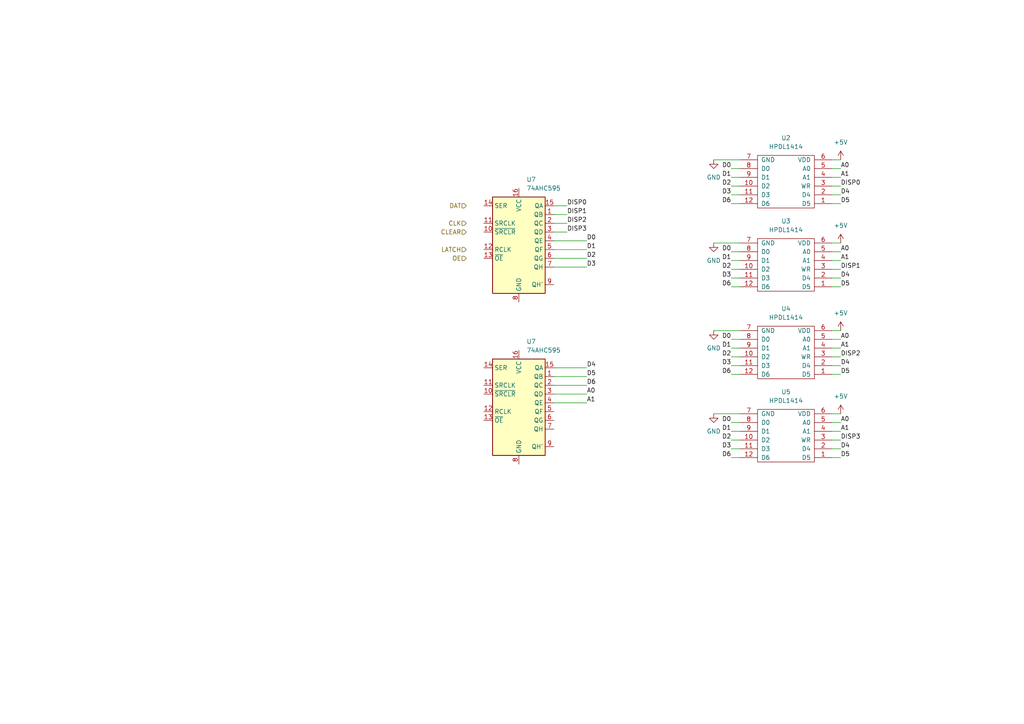
<source format=kicad_sch>
(kicad_sch (version 20230121) (generator eeschema)
  (paper "A4")
  (lib_symbols
    (symbol "74xx:74AHC595"
      (property "Reference" "U" (at -7.62 13.97 0))
      (property "Value" "74AHC595" (at -7.62 -16.51 0))
      (symbol "74AHC595_1_0"
        (pin tri_state line (at 10.16 7.62 180) (length 2.54) (name "QB") (number "1"))
        (pin input line (at -10.16 2.54 0) (length 2.54) (name "~{SRCLR}") (number "10"))
        (pin input line (at -10.16 5.08 0) (length 2.54) (name "SRCLK") (number "11"))
        (pin input line (at -10.16 -2.54 0) (length 2.54) (name "RCLK") (number "12"))
        (pin input line (at -10.16 -5.08 0) (length 2.54) (name "~{OE}") (number "13"))
        (pin input line (at -10.16 10.16 0) (length 2.54) (name "SER") (number "14"))
        (pin tri_state line (at 10.16 10.16 180) (length 2.54) (name "QA") (number "15"))
        (pin power_in line (at 0 15.24 270) (length 2.54) (name "VCC") (number "16"))
        (pin tri_state line (at 10.16 5.08 180) (length 2.54) (name "QC") (number "2"))
        (pin tri_state line (at 10.16 2.54 180) (length 2.54) (name "QD") (number "3"))
        (pin tri_state line (at 10.16 0 180) (length 2.54) (name "QE") (number "4"))
        (pin tri_state line (at 10.16 -2.54 180) (length 2.54) (name "QF") (number "5"))
        (pin tri_state line (at 10.16 -5.08 180) (length 2.54) (name "QG") (number "6"))
        (pin tri_state line (at 10.16 -7.62 180) (length 2.54) (name "QH") (number "7"))
        (pin power_in line (at 0 -17.78 90) (length 2.54) (name "GND") (number "8"))
        (pin output line (at 10.16 -12.7 180) (length 2.54) (name "QH'") (number "9"))
      )
      (symbol "74AHC595_1_1"
        (rectangle (start -7.62 12.7) (end 7.62 -15.24) (stroke (width 0.254)) (fill (type background)))
      )
    )
    (symbol "DL1414:HPDL1414" (pin_names (offset 1.016))
      (property "Reference" "U" (at 1.27 2.54 0))
      (property "Value" "HPDL1414" (at 5.08 -16.51 0))
      (symbol "HPDL1414_0_1"
        (rectangle (start 0 0) (end 16.51 -15.24))
      )
      (symbol "HPDL1414_1_1"
        (pin input line (at -5.08 -1.27 0) (length 5.08) (name "D5") (number "1"))
        (pin input line (at 21.59 -6.35 180) (length 5.08) (name "D2") (number "10"))
        (pin input line (at 21.59 -3.81 180) (length 5.08) (name "D3") (number "11"))
        (pin input line (at 21.59 -1.27 180) (length 5.08) (name "D6") (number "12"))
        (pin input line (at -5.08 -3.81 0) (length 5.08) (name "D4") (number "2"))
        (pin input line (at -5.08 -6.35 0) (length 5.08) (name "WR") (number "3"))
        (pin input line (at -5.08 -8.89 0) (length 5.08) (name "A1") (number "4"))
        (pin input line (at -5.08 -11.43 0) (length 5.08) (name "A0") (number "5"))
        (pin input line (at -5.08 -13.97 0) (length 5.08) (name "VDD") (number "6"))
        (pin input line (at 21.59 -13.97 180) (length 5.08) (name "GND") (number "7"))
        (pin input line (at 21.59 -11.43 180) (length 5.08) (name "D0") (number "8"))
        (pin input line (at 21.59 -8.89 180) (length 5.08) (name "D1") (number "9"))
      )
    )
    (symbol "power:+5V" (power) (pin_names (offset 0))
      (property "Value" "+5V" (at 0 3.556 0))
      (symbol "+5V_0_1"
        (polyline (pts (xy -0.762 1.27) (xy 0 2.54)))
        (polyline (pts (xy 0 0) (xy 0 2.54)))
        (polyline (pts (xy 0 2.54) (xy 0.762 1.27)))
      )
      (symbol "+5V_1_1"
        (pin power_in line (at 0 0 90) (length 0) hide (name "+5V") (number "1"))
      )
    )
    (symbol "power:GND" (power) (pin_names (offset 0))
      (property "Value" "GND" (at 0 -3.81 0))
      (symbol "GND_0_1"
        (polyline (pts (xy 0 0) (xy 0 -1.27) (xy 1.27 -1.27) (xy 0 -2.54) (xy -1.27 -1.27) (xy 0 -1.27)))
      )
      (symbol "GND_1_1"
        (pin power_in line (at 0 0 270) (length 0) hide (name "GND") (number "1"))
      )
    )
  )
  (wire (pts (xy 241.3 95.885) (xy 243.84 95.885)))
  (wire (pts (xy 212.09 73.025) (xy 214.63 73.025)))
  (wire (pts (xy 212.09 56.515) (xy 214.63 56.515)))
  (wire (pts (xy 241.3 106.045) (xy 243.84 106.045)))
  (wire (pts (xy 241.3 132.715) (xy 243.84 132.715)))
  (wire (pts (xy 241.3 103.505) (xy 243.84 103.505)))
  (wire (pts (xy 212.09 59.055) (xy 214.63 59.055)))
  (wire (pts (xy 207.01 46.355) (xy 214.63 46.355)))
  (wire (pts (xy 241.3 78.105) (xy 243.84 78.105)))
  (wire (pts (xy 241.3 83.185) (xy 243.84 83.185)))
  (wire (pts (xy 160.655 69.85) (xy 170.18 69.85)))
  (wire (pts (xy 241.3 130.175) (xy 243.84 130.175)))
  (wire (pts (xy 241.3 120.015) (xy 243.84 120.015)))
  (wire (pts (xy 207.01 70.485) (xy 214.63 70.485)))
  (wire (pts (xy 241.3 56.515) (xy 243.84 56.515)))
  (wire (pts (xy 212.09 51.435) (xy 214.63 51.435)))
  (wire (pts (xy 241.3 125.095) (xy 243.84 125.095)))
  (wire (pts (xy 212.09 132.715) (xy 214.63 132.715)))
  (wire (pts (xy 164.465 62.23) (xy 160.655 62.23)))
  (wire (pts (xy 207.01 95.885) (xy 214.63 95.885)))
  (wire (pts (xy 241.3 98.425) (xy 243.84 98.425)))
  (wire (pts (xy 164.465 64.77) (xy 160.655 64.77)))
  (wire (pts (xy 241.3 80.645) (xy 243.84 80.645)))
  (wire (pts (xy 212.09 53.975) (xy 214.63 53.975)))
  (wire (pts (xy 160.655 116.84) (xy 170.18 116.84)))
  (wire (pts (xy 212.09 83.185) (xy 214.63 83.185)))
  (wire (pts (xy 160.655 74.93) (xy 170.18 74.93)))
  (wire (pts (xy 212.09 75.565) (xy 214.63 75.565)))
  (wire (pts (xy 212.09 127.635) (xy 214.63 127.635)))
  (wire (pts (xy 160.655 114.3) (xy 170.18 114.3)))
  (wire (pts (xy 212.09 100.965) (xy 214.63 100.965)))
  (wire (pts (xy 241.3 108.585) (xy 243.84 108.585)))
  (wire (pts (xy 241.3 75.565) (xy 243.84 75.565)))
  (wire (pts (xy 241.3 122.555) (xy 243.84 122.555)))
  (wire (pts (xy 241.3 53.975) (xy 243.84 53.975)))
  (wire (pts (xy 160.655 77.47) (xy 170.18 77.47)))
  (wire (pts (xy 212.09 108.585) (xy 214.63 108.585)))
  (wire (pts (xy 160.655 111.76) (xy 170.18 111.76)))
  (wire (pts (xy 212.09 80.645) (xy 214.63 80.645)))
  (wire (pts (xy 241.3 100.965) (xy 243.84 100.965)))
  (wire (pts (xy 241.3 51.435) (xy 243.84 51.435)))
  (wire (pts (xy 207.01 120.015) (xy 214.63 120.015)))
  (wire (pts (xy 212.09 125.095) (xy 214.63 125.095)))
  (wire (pts (xy 160.655 109.22) (xy 170.18 109.22)))
  (wire (pts (xy 241.3 46.355) (xy 243.84 46.355)))
  (wire (pts (xy 212.09 48.895) (xy 214.63 48.895)))
  (wire (pts (xy 160.655 106.68) (xy 170.18 106.68)))
  (wire (pts (xy 241.3 70.485) (xy 243.84 70.485)))
  (wire (pts (xy 164.465 59.69) (xy 160.655 59.69)))
  (wire (pts (xy 241.3 127.635) (xy 243.84 127.635)))
  (wire (pts (xy 212.09 106.045) (xy 214.63 106.045)))
  (wire (pts (xy 212.09 122.555) (xy 214.63 122.555)))
  (wire (pts (xy 164.465 67.31) (xy 160.655 67.31)))
  (wire (pts (xy 212.09 130.175) (xy 214.63 130.175)))
  (wire (pts (xy 212.09 78.105) (xy 214.63 78.105)))
  (wire (pts (xy 241.3 48.895) (xy 243.84 48.895)))
  (wire (pts (xy 212.09 98.425) (xy 214.63 98.425)))
  (wire (pts (xy 241.3 73.025) (xy 243.84 73.025)))
  (wire (pts (xy 241.3 59.055) (xy 243.84 59.055)))
  (wire (pts (xy 160.655 72.39) (xy 170.18 72.39)))
  (wire (pts (xy 212.09 103.505) (xy 214.63 103.505)))
  (label "DISP2" (at 243.84 103.505 0))
  (label "D2" (at 212.09 127.635 180))
  (label "A0" (at 243.84 98.425 0))
  (label "D3" (at 212.09 130.175 180))
  (label "DISP3" (at 243.84 127.635 0))
  (label "D1" (at 212.09 125.095 180))
  (label "DISP1" (at 164.465 62.23 0))
  (label "D4" (at 243.84 130.175 0))
  (label "D4" (at 243.84 106.045 0))
  (label "DISP0" (at 164.465 59.69 0))
  (label "DISP0" (at 243.84 53.975 0))
  (label "D6" (at 212.09 83.185 180))
  (label "D5" (at 170.18 109.22 0))
  (label "D3" (at 212.09 80.645 180))
  (label "D5" (at 243.84 59.055 0))
  (label "D0" (at 212.09 122.555 180))
  (label "D5" (at 243.84 83.185 0))
  (label "A1" (at 243.84 125.095 0))
  (label "D5" (at 243.84 108.585 0))
  (label "D2" (at 212.09 78.105 180))
  (label "D0" (at 212.09 98.425 180))
  (label "A0" (at 243.84 73.025 0))
  (label "A1" (at 170.18 116.84 0))
  (label "D3" (at 170.18 77.47 0))
  (label "D6" (at 212.09 59.055 180))
  (label "DISP1" (at 243.84 78.105 0))
  (label "A0" (at 243.84 48.895 0))
  (label "DISP2" (at 164.465 64.77 0))
  (label "A1" (at 243.84 75.565 0))
  (label "A1" (at 243.84 100.965 0))
  (label "D0" (at 170.18 69.85 0))
  (label "A1" (at 243.84 51.435 0))
  (label "D0" (at 212.09 73.025 180))
  (label "D1" (at 212.09 51.435 180))
  (label "D3" (at 212.09 56.515 180))
  (label "D1" (at 212.09 100.965 180))
  (label "D3" (at 212.09 106.045 180))
  (label "D2" (at 170.18 74.93 0))
  (label "D5" (at 243.84 132.715 0))
  (label "A0" (at 243.84 122.555 0))
  (label "D6" (at 170.18 111.76 0))
  (label "D1" (at 170.18 72.39 0))
  (label "D6" (at 212.09 108.585 180))
  (label "D2" (at 212.09 103.505 180))
  (label "D2" (at 212.09 53.975 180))
  (label "A0" (at 170.18 114.3 0))
  (label "D4" (at 243.84 56.515 0))
  (label "D4" (at 170.18 106.68 0))
  (label "D1" (at 212.09 75.565 180))
  (label "DISP3" (at 164.465 67.31 0))
  (label "D6" (at 212.09 132.715 180))
  (label "D0" (at 212.09 48.895 180))
  (label "D4" (at 243.84 80.645 0))
  (hierarchical_label "CLEAR" (shape input) (at 135.255 67.31 180))
  (hierarchical_label "OE" (shape input) (at 135.255 74.93 180))
  (hierarchical_label "LATCH" (shape input) (at 135.255 72.39 180))
  (hierarchical_label "CLK" (shape input) (at 135.255 64.77 180))
  (hierarchical_label "DAT" (shape input) (at 135.255 59.69 180))
  (symbol (lib_id "power:GND") (at 207.01 46.355 0) (unit 1)
    (property "Reference" "#PWR09" (effects hide))
    (property "Value" "GND" (at 207.01 51.435 0))
    (instances (project "calculator" (path "" (reference "#PWR09") (unit 1)) (path "" (reference "#PWR02") (unit 1))))
  )
  (symbol (lib_id "DL1414:HPDL1414") (at 236.22 60.325 180) (unit 1)
    (property "Reference" "U2" (at 227.965 40.005 0))
    (property "Value" "HPDL1414" (at 227.965 42.545 0))
    (property "Footprint" "DL1414:HPDLDL-1414" (effects hide))
  )
  (symbol (lib_id "power:+5V") (at 243.84 95.885 0) (unit 1)
    (property "Reference" "#PWR03" (effects hide))
    (property "Value" "+5V" (at 243.84 90.805 0))
    (instances (project "calculator" (path "" (reference "#PWR03") (unit 1)) (path "" (reference "#PWR09") (unit 1))))
  )
  (symbol (lib_id "power:+5V") (at 243.84 70.485 0) (unit 1)
    (property "Reference" "#PWR02" (effects hide))
    (property "Value" "+5V" (at 243.84 65.405 0))
    (instances (project "calculator" (path "" (reference "#PWR02") (unit 1)) (path "" (reference "#PWR08") (unit 1))))
  )
  (symbol (lib_id "74xx:74AHC595") (at 150.495 69.85 0) (unit 1)
    (property "Reference" "U7" (at 152.6891 52.07 0) (effects (justify left)))
    (property "Value" "74AHC595" (at 152.6891 54.61 0) (effects (justify left)))
    (property "Datasheet" "https://assets.nexperia.com/documents/data-sheet/74AHC_AHCT595.pdf" (effects hide))
  )
  (symbol (lib_id "power:GND") (at 207.01 70.485 0) (unit 1)
    (property "Reference" "#PWR08" (effects hide))
    (property "Value" "GND" (at 207.01 75.565 0))
    (instances (project "calculator" (path "" (reference "#PWR08") (unit 1)) (path "" (reference "#PWR03") (unit 1))))
  )
  (symbol (lib_id "74xx:74AHC595") (at 150.495 116.84 0) (unit 1)
    (property "Reference" "U7" (at 152.6891 99.06 0) (effects (justify left)))
    (property "Value" "74AHC595" (at 152.6891 101.6 0) (effects (justify left)))
    (property "Datasheet" "https://assets.nexperia.com/documents/data-sheet/74AHC_AHCT595.pdf" (effects hide))
    (instances (project "calculator" (path "" (reference "U7") (unit 1)) (path "" (reference "U8") (unit 1))))
  )
  (symbol (lib_id "DL1414:HPDL1414") (at 236.22 84.455 180) (unit 1)
    (property "Reference" "U3" (at 227.965 64.135 0))
    (property "Value" "HPDL1414" (at 227.965 66.675 0))
    (property "Footprint" "DL1414:HPDLDL-1414" (effects hide))
  )
  (symbol (lib_id "DL1414:HPDL1414") (at 236.22 133.985 180) (unit 1)
    (property "Reference" "U5" (at 227.965 113.665 0))
    (property "Value" "HPDL1414" (at 227.965 116.205 0))
    (property "Footprint" "DL1414:HPDLDL-1414" (effects hide))
  )
  (symbol (lib_id "power:+5V") (at 243.84 120.015 0) (unit 1)
    (property "Reference" "#PWR04" (effects hide))
    (property "Value" "+5V" (at 243.84 114.935 0))
    (instances (project "calculator" (path "" (reference "#PWR04") (unit 1)) (path "" (reference "#PWR016") (unit 1))))
  )
  (symbol (lib_id "power:+5V") (at 243.84 46.355 0) (unit 1)
    (property "Reference" "#PWR016" (effects hide))
    (property "Value" "+5V" (at 243.84 41.275 0))
    (instances (project "calculator" (path "" (reference "#PWR016") (unit 1)) (path "" (reference "#PWR07") (unit 1))))
  )
  (symbol (lib_id "DL1414:HPDL1414") (at 236.22 109.855 180) (unit 1)
    (property "Reference" "U4" (at 227.965 89.535 0))
    (property "Value" "HPDL1414" (at 227.965 92.075 0))
    (property "Footprint" "DL1414:HPDLDL-1414" (effects hide))
  )
  (symbol (lib_id "power:GND") (at 207.01 95.885 0) (unit 1)
    (property "Reference" "#PWR07" (effects hide))
    (property "Value" "GND" (at 207.01 100.965 0))
    (instances (project "calculator" (path "" (reference "#PWR07") (unit 1)) (path "" (reference "#PWR04") (unit 1))))
  )
  (symbol (lib_id "power:GND") (at 207.01 120.015 0) (unit 1)
    (property "Reference" "#PWR06" (effects hide))
    (property "Value" "GND" (at 207.01 125.095 0))
  )
)
</source>
